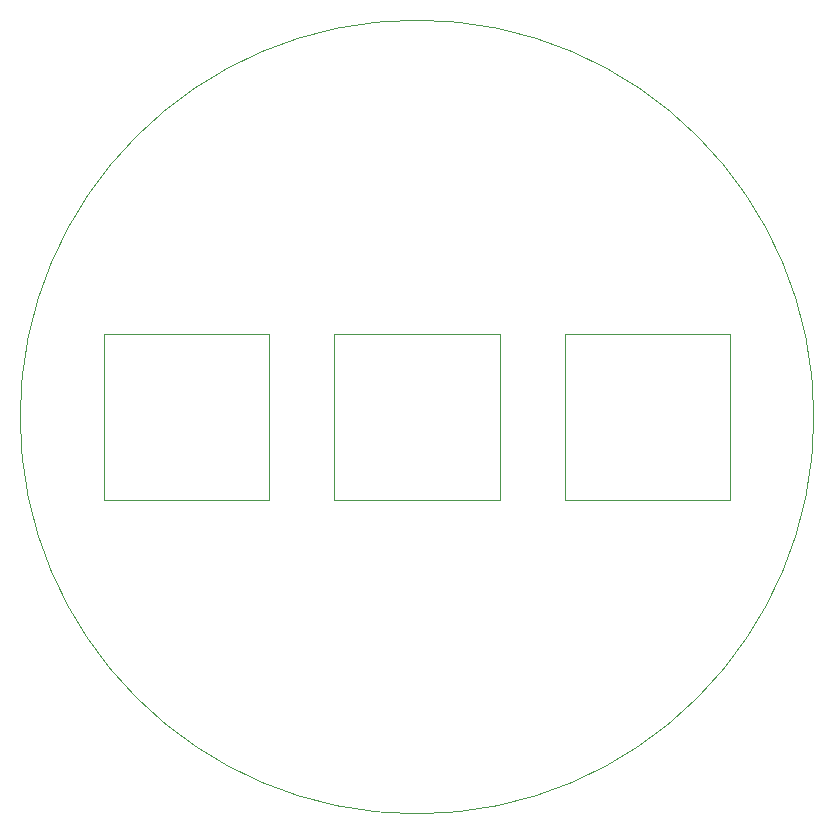
<source format=gbr>
%TF.GenerationSoftware,KiCad,Pcbnew,(7.0.0-0)*%
%TF.CreationDate,2023-04-04T22:31:01-05:00*%
%TF.ProjectId,RP2040_minimal,52503230-3430-45f6-9d69-6e696d616c2e,REV1*%
%TF.SameCoordinates,Original*%
%TF.FileFunction,Profile,NP*%
%FSLAX46Y46*%
G04 Gerber Fmt 4.6, Leading zero omitted, Abs format (unit mm)*
G04 Created by KiCad (PCBNEW (7.0.0-0)) date 2023-04-04 22:31:01*
%MOMM*%
%LPD*%
G01*
G04 APERTURE LIST*
%TA.AperFunction,Profile*%
%ADD10C,0.050000*%
%TD*%
%TA.AperFunction,Profile*%
%ADD11C,0.120000*%
%TD*%
G04 APERTURE END LIST*
D10*
X33600000Y0D02*
G75*
G03*
X33600000Y0I-33600000J0D01*
G01*
D11*
%TO.C,REF\u002A\u002A*%
X-26500000Y7000000D02*
X-12500000Y7000000D01*
X-12500000Y7000000D02*
X-12500000Y-7000000D01*
X-12500000Y-7000000D02*
X-26500000Y-7000000D01*
X-26500000Y-7000000D02*
X-26500000Y7000000D01*
X-7000000Y7000000D02*
X7000000Y7000000D01*
X7000000Y7000000D02*
X7000000Y-7000000D01*
X7000000Y-7000000D02*
X-7000000Y-7000000D01*
X-7000000Y-7000000D02*
X-7000000Y7000000D01*
X12500000Y7000000D02*
X26500000Y7000000D01*
X26500000Y7000000D02*
X26500000Y-7000000D01*
X26500000Y-7000000D02*
X12500000Y-7000000D01*
X12500000Y-7000000D02*
X12500000Y7000000D01*
%TD*%
M02*

</source>
